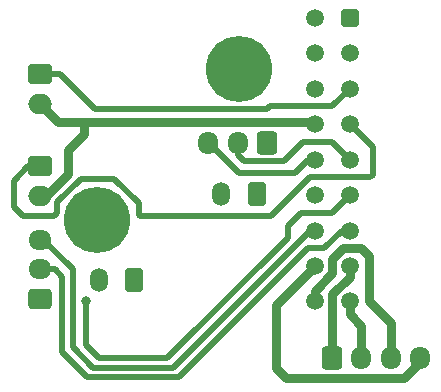
<source format=gbr>
%TF.GenerationSoftware,KiCad,Pcbnew,(6.0.6)*%
%TF.CreationDate,2022-08-05T03:01:18+02:00*%
%TF.ProjectId,toolhead_pcb,746f6f6c-6865-4616-945f-7063622e6b69,rev?*%
%TF.SameCoordinates,Original*%
%TF.FileFunction,Copper,L2,Bot*%
%TF.FilePolarity,Positive*%
%FSLAX46Y46*%
G04 Gerber Fmt 4.6, Leading zero omitted, Abs format (unit mm)*
G04 Created by KiCad (PCBNEW (6.0.6)) date 2022-08-05 03:01:18*
%MOMM*%
%LPD*%
G01*
G04 APERTURE LIST*
G04 Aperture macros list*
%AMRoundRect*
0 Rectangle with rounded corners*
0 $1 Rounding radius*
0 $2 $3 $4 $5 $6 $7 $8 $9 X,Y pos of 4 corners*
0 Add a 4 corners polygon primitive as box body*
4,1,4,$2,$3,$4,$5,$6,$7,$8,$9,$2,$3,0*
0 Add four circle primitives for the rounded corners*
1,1,$1+$1,$2,$3*
1,1,$1+$1,$4,$5*
1,1,$1+$1,$6,$7*
1,1,$1+$1,$8,$9*
0 Add four rect primitives between the rounded corners*
20,1,$1+$1,$2,$3,$4,$5,0*
20,1,$1+$1,$4,$5,$6,$7,0*
20,1,$1+$1,$6,$7,$8,$9,0*
20,1,$1+$1,$8,$9,$2,$3,0*%
G04 Aperture macros list end*
%TA.AperFunction,ComponentPad*%
%ADD10RoundRect,0.250000X-0.750000X0.600000X-0.750000X-0.600000X0.750000X-0.600000X0.750000X0.600000X0*%
%TD*%
%TA.AperFunction,ComponentPad*%
%ADD11O,2.000000X1.700000*%
%TD*%
%TA.AperFunction,ComponentPad*%
%ADD12RoundRect,0.250001X0.499999X0.759999X-0.499999X0.759999X-0.499999X-0.759999X0.499999X-0.759999X0*%
%TD*%
%TA.AperFunction,ComponentPad*%
%ADD13O,1.500000X2.020000*%
%TD*%
%TA.AperFunction,ComponentPad*%
%ADD14C,5.600000*%
%TD*%
%TA.AperFunction,ComponentPad*%
%ADD15RoundRect,0.250000X0.600000X0.725000X-0.600000X0.725000X-0.600000X-0.725000X0.600000X-0.725000X0*%
%TD*%
%TA.AperFunction,ComponentPad*%
%ADD16O,1.700000X1.950000*%
%TD*%
%TA.AperFunction,ComponentPad*%
%ADD17RoundRect,0.250001X-0.499999X0.499999X-0.499999X-0.499999X0.499999X-0.499999X0.499999X0.499999X0*%
%TD*%
%TA.AperFunction,ComponentPad*%
%ADD18C,1.500000*%
%TD*%
%TA.AperFunction,ComponentPad*%
%ADD19RoundRect,0.250000X0.725000X-0.600000X0.725000X0.600000X-0.725000X0.600000X-0.725000X-0.600000X0*%
%TD*%
%TA.AperFunction,ComponentPad*%
%ADD20O,1.950000X1.700000*%
%TD*%
%TA.AperFunction,ComponentPad*%
%ADD21RoundRect,0.250000X-0.600000X-0.725000X0.600000X-0.725000X0.600000X0.725000X-0.600000X0.725000X0*%
%TD*%
%TA.AperFunction,ViaPad*%
%ADD22C,0.800000*%
%TD*%
%TA.AperFunction,Conductor*%
%ADD23C,0.508000*%
%TD*%
%TA.AperFunction,Conductor*%
%ADD24C,0.762000*%
%TD*%
G04 APERTURE END LIST*
D10*
%TO.P,Fan1,1*%
%TO.N,N/C*%
X29250000Y-36250000D03*
D11*
%TO.P,Fan1,2*%
X29250000Y-38750000D03*
%TD*%
D12*
%TO.P,Hotend,1*%
%TO.N,N/C*%
X47600000Y-38630000D03*
D13*
%TO.P,Hotend,2*%
X44600000Y-38630000D03*
%TD*%
D14*
%TO.P,REF\u002A\u002A,1*%
%TO.N,N/C*%
X34100000Y-40800000D03*
%TD*%
%TO.P,REF\u002A\u002A,1*%
%TO.N,N/C*%
X46100000Y-28000000D03*
%TD*%
D15*
%TO.P,Probe,1*%
%TO.N,N/C*%
X48500000Y-34300000D03*
D16*
%TO.P,Probe,2*%
X46000000Y-34300000D03*
%TO.P,Probe,3*%
X43500000Y-34300000D03*
%TD*%
D10*
%TO.P,Fan0,1*%
%TO.N,N/C*%
X29250000Y-28450000D03*
D11*
%TO.P,Fan0,2*%
X29250000Y-30950000D03*
%TD*%
D12*
%TO.P,Therm 0,1*%
%TO.N,N/C*%
X37200000Y-45930000D03*
D13*
%TO.P,Therm 0,2*%
X34200000Y-45930000D03*
%TD*%
D17*
%TO.P,Breakbox In,1*%
%TO.N,N/C*%
X55500000Y-23700000D03*
D18*
%TO.P,Breakbox In,2*%
X55500000Y-26700000D03*
%TO.P,Breakbox In,3*%
X55500000Y-29700000D03*
%TO.P,Breakbox In,4*%
X55500000Y-32700000D03*
%TO.P,Breakbox In,5*%
X55500000Y-35700000D03*
%TO.P,Breakbox In,6*%
X55500000Y-38700000D03*
%TO.P,Breakbox In,7*%
X55500000Y-41700000D03*
%TO.P,Breakbox In,8*%
X55500000Y-44700000D03*
%TO.P,Breakbox In,9*%
X55500000Y-47700000D03*
%TO.P,Breakbox In,10*%
X52500000Y-23700000D03*
%TO.P,Breakbox In,11*%
X52500000Y-26700000D03*
%TO.P,Breakbox In,12*%
X52500000Y-29700000D03*
%TO.P,Breakbox In,13*%
X52500000Y-32700000D03*
%TO.P,Breakbox In,14*%
X52500000Y-35700000D03*
%TO.P,Breakbox In,15*%
X52500000Y-38700000D03*
%TO.P,Breakbox In,16*%
X52500000Y-41700000D03*
%TO.P,Breakbox In,17*%
X52500000Y-44700000D03*
%TO.P,Breakbox In,18*%
X52500000Y-47700000D03*
%TD*%
D19*
%TO.P,NeoPixel,1*%
%TO.N,N/C*%
X29250000Y-47500000D03*
D20*
%TO.P,NeoPixel,2*%
X29250000Y-45000000D03*
%TO.P,NeoPixel,3*%
X29250000Y-42500000D03*
%TD*%
D21*
%TO.P,E-Motor,1*%
%TO.N,N/C*%
X53950000Y-52525000D03*
D16*
%TO.P,E-Motor,2*%
X56450000Y-52525000D03*
%TO.P,E-Motor,3*%
X58950000Y-52525000D03*
%TO.P,E-Motor,4*%
X61450000Y-52525000D03*
%TD*%
D22*
%TO.N,*%
X33100000Y-47700000D03*
%TD*%
D23*
%TO.N,*%
X46100000Y-36800000D02*
X43500000Y-34200000D01*
X51900000Y-35700000D02*
X50800000Y-36800000D01*
X52500000Y-35700000D02*
X51900000Y-35700000D01*
X50800000Y-36800000D02*
X46100000Y-36800000D01*
X46000000Y-35300000D02*
X46000000Y-34200000D01*
X49900000Y-35800000D02*
X46500000Y-35800000D01*
X51500000Y-34200000D02*
X49900000Y-35800000D01*
X54000000Y-34200000D02*
X51500000Y-34200000D01*
X55500000Y-35700000D02*
X54000000Y-34200000D01*
X46500000Y-35800000D02*
X46000000Y-35300000D01*
D24*
X49200000Y-48000000D02*
X52500000Y-44700000D01*
X49200000Y-53300000D02*
X49200000Y-48000000D01*
X60100000Y-54200000D02*
X50100000Y-54200000D01*
X61450000Y-52850000D02*
X60100000Y-54200000D01*
X50100000Y-54200000D02*
X49200000Y-53300000D01*
X61450000Y-52525000D02*
X61450000Y-52850000D01*
D23*
X50200000Y-41300000D02*
X51300000Y-40200000D01*
X33100000Y-51400000D02*
X34200000Y-52500000D01*
X37700000Y-40500000D02*
X37600000Y-40400000D01*
X30450000Y-40500000D02*
X27800000Y-40500000D01*
X40000000Y-52500000D02*
X50200000Y-42300000D01*
D24*
X29750000Y-38750000D02*
X29250000Y-38750000D01*
D23*
X54000000Y-40200000D02*
X55500000Y-38700000D01*
X48500000Y-31400000D02*
X33900000Y-31400000D01*
X32000000Y-45000000D02*
X29500000Y-42500000D01*
X57200000Y-37200000D02*
X52100000Y-37200000D01*
X50200000Y-42300000D02*
X50200000Y-41300000D01*
D24*
X58950000Y-49550000D02*
X58950000Y-52525000D01*
X54000000Y-47100000D02*
X54000000Y-52475000D01*
X54000000Y-44100000D02*
X54900000Y-43200000D01*
X57100000Y-47700000D02*
X58950000Y-49550000D01*
D23*
X51950000Y-43200000D02*
X41050000Y-54100000D01*
D24*
X55500000Y-47700000D02*
X55500000Y-48800000D01*
X52300000Y-32500000D02*
X33000000Y-32500000D01*
D23*
X30500000Y-45000000D02*
X29250000Y-45000000D01*
X41050000Y-54100000D02*
X33200000Y-54100000D01*
D24*
X54000000Y-52475000D02*
X53950000Y-52525000D01*
D23*
X52100000Y-41700000D02*
X40500000Y-53300000D01*
D24*
X52500000Y-32700000D02*
X52300000Y-32500000D01*
X56400000Y-43200000D02*
X57100000Y-43900000D01*
D23*
X54800000Y-41700000D02*
X53300000Y-43200000D01*
X48700000Y-31200000D02*
X48500000Y-31400000D01*
D24*
X55500000Y-44700000D02*
X55500000Y-45600000D01*
D23*
X55500000Y-41700000D02*
X54800000Y-41700000D01*
X57400000Y-37000000D02*
X57200000Y-37200000D01*
D24*
X56450000Y-49750000D02*
X56450000Y-52525000D01*
X33000000Y-32500000D02*
X30800000Y-32500000D01*
X33000000Y-32500000D02*
X33000000Y-33500000D01*
X29550000Y-38750000D02*
X29250000Y-38750000D01*
X53950000Y-52525000D02*
X54050000Y-52625000D01*
X54900000Y-43200000D02*
X56400000Y-43200000D01*
D23*
X48800000Y-40500000D02*
X37700000Y-40500000D01*
X51300000Y-40200000D02*
X54000000Y-40200000D01*
D24*
X30800000Y-32500000D02*
X29250000Y-30950000D01*
X31600000Y-36900000D02*
X29750000Y-38750000D01*
D23*
X29500000Y-42500000D02*
X29250000Y-42500000D01*
D24*
X55500000Y-48800000D02*
X56450000Y-49750000D01*
D23*
X55500000Y-29700000D02*
X54000000Y-31200000D01*
X33200000Y-54100000D02*
X31100000Y-52000000D01*
X32000000Y-51600000D02*
X32000000Y-45000000D01*
X30700000Y-40250000D02*
X30450000Y-40500000D01*
X53300000Y-43200000D02*
X51950000Y-43200000D01*
X33700000Y-53300000D02*
X32000000Y-51600000D01*
X27000000Y-39700000D02*
X27000000Y-37500000D01*
X54000000Y-31200000D02*
X48700000Y-31200000D01*
D24*
X33000000Y-33500000D02*
X31600000Y-34900000D01*
D23*
X33100000Y-47700000D02*
X33100000Y-51400000D01*
X31100000Y-45600000D02*
X30500000Y-45000000D01*
D24*
X52500000Y-47700000D02*
X52500000Y-46800000D01*
D23*
X32700000Y-37300000D02*
X30700000Y-39300000D01*
X37600000Y-39400000D02*
X35500000Y-37300000D01*
X37600000Y-40400000D02*
X37600000Y-39400000D01*
X52500000Y-41700000D02*
X52100000Y-41700000D01*
X52100000Y-37200000D02*
X48800000Y-40500000D01*
D24*
X31600000Y-34900000D02*
X31600000Y-36900000D01*
D23*
X57400000Y-34600000D02*
X57400000Y-37000000D01*
X34200000Y-52500000D02*
X40000000Y-52500000D01*
X55500000Y-32700000D02*
X57400000Y-34600000D01*
D24*
X52500000Y-46800000D02*
X54000000Y-45300000D01*
D23*
X30700000Y-39300000D02*
X30700000Y-40250000D01*
X31100000Y-52000000D02*
X31100000Y-45600000D01*
X28250000Y-36250000D02*
X29250000Y-36250000D01*
X35500000Y-37300000D02*
X32700000Y-37300000D01*
D24*
X54000000Y-45300000D02*
X54000000Y-44100000D01*
D23*
X40500000Y-53300000D02*
X33700000Y-53300000D01*
X27800000Y-40500000D02*
X27000000Y-39700000D01*
D24*
X55500000Y-45600000D02*
X54000000Y-47100000D01*
X57100000Y-43900000D02*
X57100000Y-47700000D01*
D23*
X33900000Y-31400000D02*
X30950000Y-28450000D01*
X27000000Y-37500000D02*
X28250000Y-36250000D01*
X30950000Y-28450000D02*
X29250000Y-28450000D01*
%TD*%
M02*

</source>
